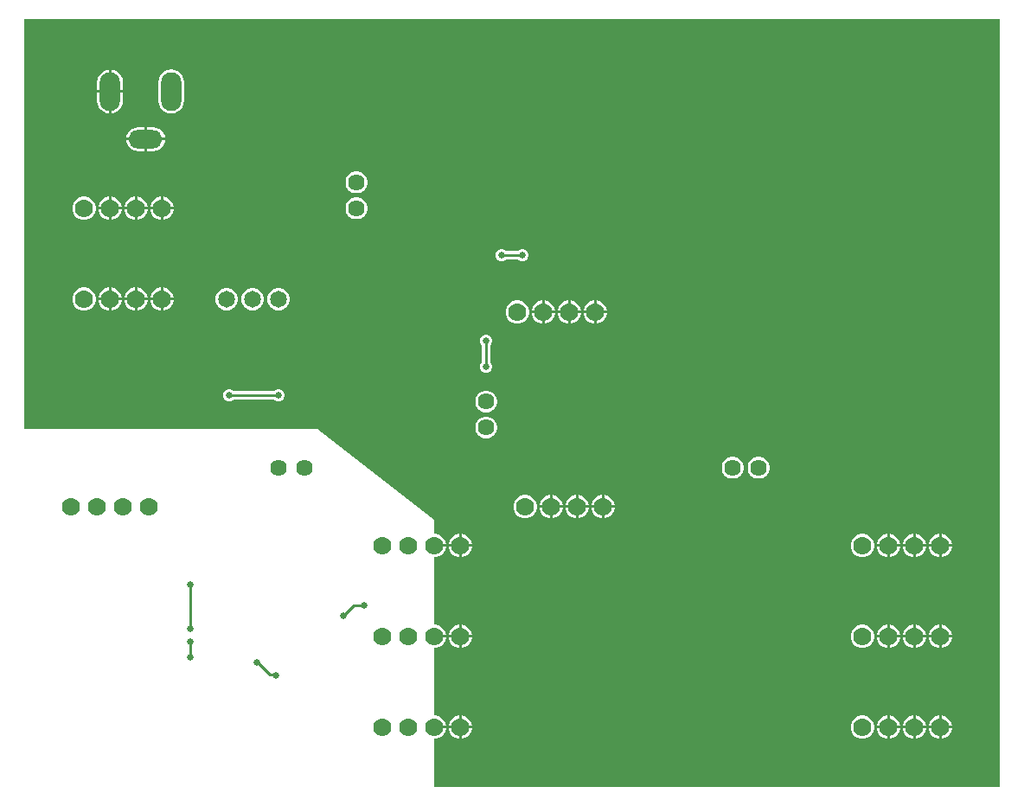
<source format=gbl>
G04*
G04 #@! TF.GenerationSoftware,Altium Limited,Altium Designer,25.2.1 (25)*
G04*
G04 Layer_Physical_Order=2*
G04 Layer_Color=16711680*
%FSLAX25Y25*%
%MOIN*%
G70*
G04*
G04 #@! TF.SameCoordinates,99A0EC09-0DB1-4406-8349-B672291F68DE*
G04*
G04*
G04 #@! TF.FilePolarity,Positive*
G04*
G01*
G75*
%ADD14C,0.01000*%
%ADD38C,0.06378*%
%ADD39C,0.07000*%
%ADD40O,0.07874X0.14961*%
%ADD41O,0.12992X0.07087*%
%ADD42C,0.06496*%
%ADD43C,0.02500*%
G36*
X377961Y2039D02*
X160000D01*
Y20500D01*
X160592D01*
X161737Y20807D01*
X162763Y21399D01*
X163601Y22237D01*
X164193Y23263D01*
X164500Y24408D01*
Y24500D01*
X160000D01*
Y25500D01*
X164500D01*
Y25592D01*
X164193Y26737D01*
X163601Y27763D01*
X162763Y28601D01*
X161737Y29193D01*
X160592Y29500D01*
X160000D01*
Y55500D01*
X160592D01*
X161737Y55807D01*
X162763Y56399D01*
X163601Y57237D01*
X164193Y58263D01*
X164500Y59408D01*
Y59500D01*
X160000D01*
Y60500D01*
X164500D01*
Y60592D01*
X164193Y61737D01*
X163601Y62763D01*
X162763Y63601D01*
X161737Y64193D01*
X160592Y64500D01*
X160000D01*
Y90500D01*
X160592D01*
X161737Y90807D01*
X162763Y91399D01*
X163601Y92237D01*
X164193Y93263D01*
X164500Y94408D01*
Y94500D01*
X160000D01*
Y95500D01*
X164500D01*
Y95592D01*
X164193Y96737D01*
X163601Y97763D01*
X162763Y98601D01*
X161737Y99193D01*
X160592Y99500D01*
X160000D01*
Y105000D01*
X115000Y140000D01*
X2039D01*
Y297961D01*
X377961D01*
Y2039D01*
D02*
G37*
%LPC*%
G36*
X35500Y278457D02*
Y270500D01*
X39980D01*
Y273543D01*
X39810Y274832D01*
X39312Y276033D01*
X38521Y277064D01*
X37490Y277856D01*
X36289Y278353D01*
X35500Y278457D01*
D02*
G37*
G36*
X34500D02*
X33711Y278353D01*
X32510Y277856D01*
X31479Y277064D01*
X30687Y276033D01*
X30190Y274832D01*
X30020Y273543D01*
Y270500D01*
X34500D01*
Y278457D01*
D02*
G37*
G36*
X39980Y269500D02*
X35500D01*
Y261543D01*
X36289Y261647D01*
X37490Y262144D01*
X38521Y262936D01*
X39312Y263967D01*
X39810Y265168D01*
X39980Y266457D01*
Y269500D01*
D02*
G37*
G36*
X34500D02*
X30020D01*
Y266457D01*
X30190Y265168D01*
X30687Y263967D01*
X31479Y262936D01*
X32510Y262144D01*
X33711Y261647D01*
X34500Y261543D01*
Y269500D01*
D02*
G37*
G36*
X58622Y278523D02*
X57333Y278353D01*
X56132Y277856D01*
X55101Y277064D01*
X54310Y276033D01*
X53812Y274832D01*
X53642Y273543D01*
Y266457D01*
X53812Y265168D01*
X54310Y263967D01*
X55101Y262936D01*
X56132Y262144D01*
X57333Y261647D01*
X58622Y261477D01*
X59911Y261647D01*
X61112Y262144D01*
X62143Y262936D01*
X62934Y263967D01*
X63432Y265168D01*
X63602Y266457D01*
Y273543D01*
X63432Y274832D01*
X62934Y276033D01*
X62143Y277064D01*
X61112Y277856D01*
X59911Y278353D01*
X58622Y278523D01*
D02*
G37*
G36*
X51732Y256275D02*
X49279D01*
Y252193D01*
X56249D01*
X56159Y252879D01*
X55701Y253984D01*
X54973Y254933D01*
X54023Y255662D01*
X52918Y256119D01*
X51732Y256275D01*
D02*
G37*
G36*
X48280D02*
X45827D01*
X44641Y256119D01*
X43536Y255662D01*
X42586Y254933D01*
X41858Y253984D01*
X41400Y252879D01*
X41310Y252193D01*
X48280D01*
Y256275D01*
D02*
G37*
G36*
X56249Y251193D02*
X49279D01*
Y247110D01*
X51732D01*
X52918Y247267D01*
X54023Y247724D01*
X54973Y248453D01*
X55701Y249402D01*
X56159Y250507D01*
X56249Y251193D01*
D02*
G37*
G36*
X48280D02*
X41310D01*
X41400Y250507D01*
X41858Y249402D01*
X42586Y248453D01*
X43536Y247724D01*
X44641Y247267D01*
X45827Y247110D01*
X48280D01*
Y251193D01*
D02*
G37*
G36*
X130552Y239189D02*
X129448D01*
X128383Y238903D01*
X127428Y238352D01*
X126648Y237572D01*
X126096Y236617D01*
X125811Y235552D01*
Y234449D01*
X126096Y233383D01*
X126648Y232428D01*
X127428Y231648D01*
X128383Y231097D01*
X129448Y230811D01*
X130552D01*
X131617Y231097D01*
X132572Y231648D01*
X133352Y232428D01*
X133904Y233383D01*
X134189Y234449D01*
Y235552D01*
X133904Y236617D01*
X133352Y237572D01*
X132572Y238352D01*
X131617Y238903D01*
X130552Y239189D01*
D02*
G37*
G36*
X55592Y229500D02*
X55500D01*
Y225500D01*
X59500D01*
Y225592D01*
X59193Y226737D01*
X58601Y227763D01*
X57763Y228601D01*
X56737Y229193D01*
X55592Y229500D01*
D02*
G37*
G36*
X54500D02*
X54408D01*
X53263Y229193D01*
X52237Y228601D01*
X51399Y227763D01*
X50807Y226737D01*
X50500Y225592D01*
Y225500D01*
X54500D01*
Y229500D01*
D02*
G37*
G36*
X45592D02*
X45500D01*
Y225500D01*
X49500D01*
Y225592D01*
X49193Y226737D01*
X48601Y227763D01*
X47763Y228601D01*
X46737Y229193D01*
X45592Y229500D01*
D02*
G37*
G36*
X44500D02*
X44408D01*
X43263Y229193D01*
X42237Y228601D01*
X41399Y227763D01*
X40807Y226737D01*
X40500Y225592D01*
Y225500D01*
X44500D01*
Y229500D01*
D02*
G37*
G36*
X35592D02*
X35500D01*
Y225500D01*
X39500D01*
Y225592D01*
X39193Y226737D01*
X38601Y227763D01*
X37763Y228601D01*
X36737Y229193D01*
X35592Y229500D01*
D02*
G37*
G36*
X34500D02*
X34408D01*
X33263Y229193D01*
X32237Y228601D01*
X31399Y227763D01*
X30807Y226737D01*
X30500Y225592D01*
Y225500D01*
X34500D01*
Y229500D01*
D02*
G37*
G36*
X130552Y229189D02*
X129448D01*
X128383Y228904D01*
X127428Y228352D01*
X126648Y227572D01*
X126096Y226617D01*
X125811Y225552D01*
Y224448D01*
X126096Y223383D01*
X126648Y222428D01*
X127428Y221648D01*
X128383Y221096D01*
X129448Y220811D01*
X130552D01*
X131617Y221096D01*
X132572Y221648D01*
X133352Y222428D01*
X133904Y223383D01*
X134189Y224448D01*
Y225552D01*
X133904Y226617D01*
X133352Y227572D01*
X132572Y228352D01*
X131617Y228904D01*
X130552Y229189D01*
D02*
G37*
G36*
X59500Y224500D02*
X55500D01*
Y220500D01*
X55592D01*
X56737Y220807D01*
X57763Y221399D01*
X58601Y222237D01*
X59193Y223263D01*
X59500Y224408D01*
Y224500D01*
D02*
G37*
G36*
X54500D02*
X50500D01*
Y224408D01*
X50807Y223263D01*
X51399Y222237D01*
X52237Y221399D01*
X53263Y220807D01*
X54408Y220500D01*
X54500D01*
Y224500D01*
D02*
G37*
G36*
X49500D02*
X45500D01*
Y220500D01*
X45592D01*
X46737Y220807D01*
X47763Y221399D01*
X48601Y222237D01*
X49193Y223263D01*
X49500Y224408D01*
Y224500D01*
D02*
G37*
G36*
X44500D02*
X40500D01*
Y224408D01*
X40807Y223263D01*
X41399Y222237D01*
X42237Y221399D01*
X43263Y220807D01*
X44408Y220500D01*
X44500D01*
Y224500D01*
D02*
G37*
G36*
X39500D02*
X35500D01*
Y220500D01*
X35592D01*
X36737Y220807D01*
X37763Y221399D01*
X38601Y222237D01*
X39193Y223263D01*
X39500Y224408D01*
Y224500D01*
D02*
G37*
G36*
X34500D02*
X30500D01*
Y224408D01*
X30807Y223263D01*
X31399Y222237D01*
X32237Y221399D01*
X33263Y220807D01*
X34408Y220500D01*
X34500D01*
Y224500D01*
D02*
G37*
G36*
X25592Y229500D02*
X24408D01*
X23263Y229193D01*
X22237Y228601D01*
X21399Y227763D01*
X20807Y226737D01*
X20500Y225592D01*
Y224408D01*
X20807Y223263D01*
X21399Y222237D01*
X22237Y221399D01*
X23263Y220807D01*
X24408Y220500D01*
X25592D01*
X26737Y220807D01*
X27763Y221399D01*
X28601Y222237D01*
X29193Y223263D01*
X29500Y224408D01*
Y225592D01*
X29193Y226737D01*
X28601Y227763D01*
X27763Y228601D01*
X26737Y229193D01*
X25592Y229500D01*
D02*
G37*
G36*
X194448Y209250D02*
X193552D01*
X192726Y208908D01*
X192347Y208529D01*
X187653D01*
X187275Y208908D01*
X186448Y209250D01*
X185552D01*
X184725Y208908D01*
X184092Y208275D01*
X183750Y207448D01*
Y206552D01*
X184092Y205726D01*
X184725Y205093D01*
X185552Y204750D01*
X186448D01*
X187275Y205093D01*
X187653Y205471D01*
X192347D01*
X192726Y205093D01*
X193552Y204750D01*
X194448D01*
X195274Y205093D01*
X195907Y205726D01*
X196250Y206552D01*
Y207448D01*
X195907Y208275D01*
X195274Y208908D01*
X194448Y209250D01*
D02*
G37*
G36*
X55592Y194500D02*
X55500D01*
Y190500D01*
X59500D01*
Y190592D01*
X59193Y191737D01*
X58601Y192763D01*
X57763Y193601D01*
X56737Y194193D01*
X55592Y194500D01*
D02*
G37*
G36*
X54500D02*
X54408D01*
X53263Y194193D01*
X52237Y193601D01*
X51399Y192763D01*
X50807Y191737D01*
X50500Y190592D01*
Y190500D01*
X54500D01*
Y194500D01*
D02*
G37*
G36*
X45592D02*
X45500D01*
Y190500D01*
X49500D01*
Y190592D01*
X49193Y191737D01*
X48601Y192763D01*
X47763Y193601D01*
X46737Y194193D01*
X45592Y194500D01*
D02*
G37*
G36*
X44500D02*
X44408D01*
X43263Y194193D01*
X42237Y193601D01*
X41399Y192763D01*
X40807Y191737D01*
X40500Y190592D01*
Y190500D01*
X44500D01*
Y194500D01*
D02*
G37*
G36*
X35592D02*
X35500D01*
Y190500D01*
X39500D01*
Y190592D01*
X39193Y191737D01*
X38601Y192763D01*
X37763Y193601D01*
X36737Y194193D01*
X35592Y194500D01*
D02*
G37*
G36*
X34500D02*
X34408D01*
X33263Y194193D01*
X32237Y193601D01*
X31399Y192763D01*
X30807Y191737D01*
X30500Y190592D01*
Y190500D01*
X34500D01*
Y194500D01*
D02*
G37*
G36*
X100559Y194248D02*
X99441D01*
X98360Y193958D01*
X97392Y193399D01*
X96601Y192608D01*
X96042Y191640D01*
X95752Y190559D01*
Y189441D01*
X96042Y188360D01*
X96601Y187392D01*
X97392Y186601D01*
X98360Y186041D01*
X99441Y185752D01*
X100559D01*
X101640Y186041D01*
X102608Y186601D01*
X103399Y187392D01*
X103958Y188360D01*
X104248Y189441D01*
Y190559D01*
X103958Y191640D01*
X103399Y192608D01*
X102608Y193399D01*
X101640Y193958D01*
X100559Y194248D01*
D02*
G37*
G36*
X90559D02*
X89441D01*
X88360Y193958D01*
X87392Y193399D01*
X86601Y192608D01*
X86041Y191640D01*
X85752Y190559D01*
Y189441D01*
X86041Y188360D01*
X86601Y187392D01*
X87392Y186601D01*
X88360Y186041D01*
X89441Y185752D01*
X90559D01*
X91640Y186041D01*
X92608Y186601D01*
X93399Y187392D01*
X93958Y188360D01*
X94248Y189441D01*
Y190559D01*
X93958Y191640D01*
X93399Y192608D01*
X92608Y193399D01*
X91640Y193958D01*
X90559Y194248D01*
D02*
G37*
G36*
X80559D02*
X79441D01*
X78360Y193958D01*
X77392Y193399D01*
X76601Y192608D01*
X76042Y191640D01*
X75752Y190559D01*
Y189441D01*
X76042Y188360D01*
X76601Y187392D01*
X77392Y186601D01*
X78360Y186041D01*
X79441Y185752D01*
X80559D01*
X81640Y186041D01*
X82608Y186601D01*
X83399Y187392D01*
X83959Y188360D01*
X84248Y189441D01*
Y190559D01*
X83959Y191640D01*
X83399Y192608D01*
X82608Y193399D01*
X81640Y193958D01*
X80559Y194248D01*
D02*
G37*
G36*
X222592Y189500D02*
X222500D01*
Y185500D01*
X226500D01*
Y185592D01*
X226193Y186737D01*
X225601Y187763D01*
X224763Y188601D01*
X223737Y189193D01*
X222592Y189500D01*
D02*
G37*
G36*
X221500D02*
X221408D01*
X220263Y189193D01*
X219237Y188601D01*
X218399Y187763D01*
X217807Y186737D01*
X217500Y185592D01*
Y185500D01*
X221500D01*
Y189500D01*
D02*
G37*
G36*
X212592D02*
X212500D01*
Y185500D01*
X216500D01*
Y185592D01*
X216193Y186737D01*
X215601Y187763D01*
X214763Y188601D01*
X213737Y189193D01*
X212592Y189500D01*
D02*
G37*
G36*
X211500D02*
X211408D01*
X210263Y189193D01*
X209237Y188601D01*
X208399Y187763D01*
X207807Y186737D01*
X207500Y185592D01*
Y185500D01*
X211500D01*
Y189500D01*
D02*
G37*
G36*
X202592D02*
X202500D01*
Y185500D01*
X206500D01*
Y185592D01*
X206193Y186737D01*
X205601Y187763D01*
X204763Y188601D01*
X203737Y189193D01*
X202592Y189500D01*
D02*
G37*
G36*
X201500D02*
X201408D01*
X200263Y189193D01*
X199237Y188601D01*
X198399Y187763D01*
X197807Y186737D01*
X197500Y185592D01*
Y185500D01*
X201500D01*
Y189500D01*
D02*
G37*
G36*
X59500D02*
X55500D01*
Y185500D01*
X55592D01*
X56737Y185807D01*
X57763Y186399D01*
X58601Y187237D01*
X59193Y188263D01*
X59500Y189408D01*
Y189500D01*
D02*
G37*
G36*
X54500D02*
X50500D01*
Y189408D01*
X50807Y188263D01*
X51399Y187237D01*
X52237Y186399D01*
X53263Y185807D01*
X54408Y185500D01*
X54500D01*
Y189500D01*
D02*
G37*
G36*
X49500D02*
X45500D01*
Y185500D01*
X45592D01*
X46737Y185807D01*
X47763Y186399D01*
X48601Y187237D01*
X49193Y188263D01*
X49500Y189408D01*
Y189500D01*
D02*
G37*
G36*
X44500D02*
X40500D01*
Y189408D01*
X40807Y188263D01*
X41399Y187237D01*
X42237Y186399D01*
X43263Y185807D01*
X44408Y185500D01*
X44500D01*
Y189500D01*
D02*
G37*
G36*
X39500D02*
X35500D01*
Y185500D01*
X35592D01*
X36737Y185807D01*
X37763Y186399D01*
X38601Y187237D01*
X39193Y188263D01*
X39500Y189408D01*
Y189500D01*
D02*
G37*
G36*
X34500D02*
X30500D01*
Y189408D01*
X30807Y188263D01*
X31399Y187237D01*
X32237Y186399D01*
X33263Y185807D01*
X34408Y185500D01*
X34500D01*
Y189500D01*
D02*
G37*
G36*
X25592Y194500D02*
X24408D01*
X23263Y194193D01*
X22237Y193601D01*
X21399Y192763D01*
X20807Y191737D01*
X20500Y190592D01*
Y189408D01*
X20807Y188263D01*
X21399Y187237D01*
X22237Y186399D01*
X23263Y185807D01*
X24408Y185500D01*
X25592D01*
X26737Y185807D01*
X27763Y186399D01*
X28601Y187237D01*
X29193Y188263D01*
X29500Y189408D01*
Y190592D01*
X29193Y191737D01*
X28601Y192763D01*
X27763Y193601D01*
X26737Y194193D01*
X25592Y194500D01*
D02*
G37*
G36*
X226500Y184500D02*
X222500D01*
Y180500D01*
X222592D01*
X223737Y180807D01*
X224763Y181399D01*
X225601Y182237D01*
X226193Y183263D01*
X226500Y184408D01*
Y184500D01*
D02*
G37*
G36*
X221500D02*
X217500D01*
Y184408D01*
X217807Y183263D01*
X218399Y182237D01*
X219237Y181399D01*
X220263Y180807D01*
X221408Y180500D01*
X221500D01*
Y184500D01*
D02*
G37*
G36*
X216500D02*
X212500D01*
Y180500D01*
X212592D01*
X213737Y180807D01*
X214763Y181399D01*
X215601Y182237D01*
X216193Y183263D01*
X216500Y184408D01*
Y184500D01*
D02*
G37*
G36*
X211500D02*
X207500D01*
Y184408D01*
X207807Y183263D01*
X208399Y182237D01*
X209237Y181399D01*
X210263Y180807D01*
X211408Y180500D01*
X211500D01*
Y184500D01*
D02*
G37*
G36*
X206500D02*
X202500D01*
Y180500D01*
X202592D01*
X203737Y180807D01*
X204763Y181399D01*
X205601Y182237D01*
X206193Y183263D01*
X206500Y184408D01*
Y184500D01*
D02*
G37*
G36*
X201500D02*
X197500D01*
Y184408D01*
X197807Y183263D01*
X198399Y182237D01*
X199237Y181399D01*
X200263Y180807D01*
X201408Y180500D01*
X201500D01*
Y184500D01*
D02*
G37*
G36*
X192592Y189500D02*
X191408D01*
X190263Y189193D01*
X189237Y188601D01*
X188399Y187763D01*
X187807Y186737D01*
X187500Y185592D01*
Y184408D01*
X187807Y183263D01*
X188399Y182237D01*
X189237Y181399D01*
X190263Y180807D01*
X191408Y180500D01*
X192592D01*
X193737Y180807D01*
X194763Y181399D01*
X195601Y182237D01*
X196193Y183263D01*
X196500Y184408D01*
Y185592D01*
X196193Y186737D01*
X195601Y187763D01*
X194763Y188601D01*
X193737Y189193D01*
X192592Y189500D01*
D02*
G37*
G36*
X180448Y176250D02*
X179552D01*
X178726Y175908D01*
X178093Y175275D01*
X177750Y174448D01*
Y173552D01*
X178093Y172725D01*
X178471Y172347D01*
Y165653D01*
X178093Y165275D01*
X177750Y164448D01*
Y163552D01*
X178093Y162725D01*
X178726Y162092D01*
X179552Y161750D01*
X180448D01*
X181274Y162092D01*
X181907Y162725D01*
X182250Y163552D01*
Y164448D01*
X181907Y165275D01*
X181529Y165653D01*
Y172347D01*
X181907Y172725D01*
X182250Y173552D01*
Y174448D01*
X181907Y175275D01*
X181274Y175908D01*
X180448Y176250D01*
D02*
G37*
G36*
X100448Y155250D02*
X99552D01*
X98725Y154908D01*
X98347Y154529D01*
X82653D01*
X82275Y154908D01*
X81448Y155250D01*
X80552D01*
X79725Y154908D01*
X79093Y154274D01*
X78750Y153448D01*
Y152552D01*
X79093Y151725D01*
X79725Y151093D01*
X80552Y150750D01*
X81448D01*
X82275Y151093D01*
X82653Y151471D01*
X98347D01*
X98725Y151093D01*
X99552Y150750D01*
X100448D01*
X101275Y151093D01*
X101908Y151725D01*
X102250Y152552D01*
Y153448D01*
X101908Y154274D01*
X101275Y154908D01*
X100448Y155250D01*
D02*
G37*
G36*
X180552Y154689D02*
X179448D01*
X178383Y154403D01*
X177428Y153852D01*
X176648Y153072D01*
X176096Y152117D01*
X175811Y151051D01*
Y149949D01*
X176096Y148883D01*
X176648Y147928D01*
X177428Y147148D01*
X178383Y146597D01*
X179448Y146311D01*
X180552D01*
X181617Y146597D01*
X182572Y147148D01*
X183352Y147928D01*
X183904Y148883D01*
X184189Y149949D01*
Y151051D01*
X183904Y152117D01*
X183352Y153072D01*
X182572Y153852D01*
X181617Y154403D01*
X180552Y154689D01*
D02*
G37*
G36*
Y144689D02*
X179448D01*
X178383Y144404D01*
X177428Y143852D01*
X176648Y143072D01*
X176096Y142117D01*
X175811Y141051D01*
Y139948D01*
X176096Y138883D01*
X176648Y137928D01*
X177428Y137148D01*
X178383Y136597D01*
X179448Y136311D01*
X180552D01*
X181617Y136597D01*
X182572Y137148D01*
X183352Y137928D01*
X183904Y138883D01*
X184189Y139948D01*
Y141051D01*
X183904Y142117D01*
X183352Y143072D01*
X182572Y143852D01*
X181617Y144404D01*
X180552Y144689D01*
D02*
G37*
G36*
X285552Y129189D02*
X284449D01*
X283383Y128903D01*
X282428Y128352D01*
X281648Y127572D01*
X281097Y126617D01*
X280811Y125551D01*
Y124449D01*
X281097Y123383D01*
X281648Y122428D01*
X282428Y121648D01*
X283383Y121097D01*
X284449Y120811D01*
X285552D01*
X286617Y121097D01*
X287572Y121648D01*
X288352Y122428D01*
X288903Y123383D01*
X289189Y124449D01*
Y125551D01*
X288903Y126617D01*
X288352Y127572D01*
X287572Y128352D01*
X286617Y128903D01*
X285552Y129189D01*
D02*
G37*
G36*
X275552D02*
X274448D01*
X273383Y128903D01*
X272428Y128352D01*
X271648Y127572D01*
X271096Y126617D01*
X270811Y125551D01*
Y124449D01*
X271096Y123383D01*
X271648Y122428D01*
X272428Y121648D01*
X273383Y121097D01*
X274448Y120811D01*
X275552D01*
X276617Y121097D01*
X277572Y121648D01*
X278352Y122428D01*
X278904Y123383D01*
X279189Y124449D01*
Y125551D01*
X278904Y126617D01*
X278352Y127572D01*
X277572Y128352D01*
X276617Y128903D01*
X275552Y129189D01*
D02*
G37*
G36*
X225592Y114500D02*
X225500D01*
Y110500D01*
X229500D01*
Y110592D01*
X229193Y111737D01*
X228601Y112763D01*
X227763Y113601D01*
X226737Y114193D01*
X225592Y114500D01*
D02*
G37*
G36*
X224500D02*
X224408D01*
X223263Y114193D01*
X222237Y113601D01*
X221399Y112763D01*
X220807Y111737D01*
X220500Y110592D01*
Y110500D01*
X224500D01*
Y114500D01*
D02*
G37*
G36*
X215592D02*
X215500D01*
Y110500D01*
X219500D01*
Y110592D01*
X219193Y111737D01*
X218601Y112763D01*
X217763Y113601D01*
X216737Y114193D01*
X215592Y114500D01*
D02*
G37*
G36*
X214500D02*
X214408D01*
X213263Y114193D01*
X212237Y113601D01*
X211399Y112763D01*
X210807Y111737D01*
X210500Y110592D01*
Y110500D01*
X214500D01*
Y114500D01*
D02*
G37*
G36*
X205592D02*
X205500D01*
Y110500D01*
X209500D01*
Y110592D01*
X209193Y111737D01*
X208601Y112763D01*
X207763Y113601D01*
X206737Y114193D01*
X205592Y114500D01*
D02*
G37*
G36*
X204500D02*
X204408D01*
X203263Y114193D01*
X202237Y113601D01*
X201399Y112763D01*
X200807Y111737D01*
X200500Y110592D01*
Y110500D01*
X204500D01*
Y114500D01*
D02*
G37*
G36*
X229500Y109500D02*
X225500D01*
Y105500D01*
X225592D01*
X226737Y105807D01*
X227763Y106399D01*
X228601Y107237D01*
X229193Y108263D01*
X229500Y109408D01*
Y109500D01*
D02*
G37*
G36*
X224500D02*
X220500D01*
Y109408D01*
X220807Y108263D01*
X221399Y107237D01*
X222237Y106399D01*
X223263Y105807D01*
X224408Y105500D01*
X224500D01*
Y109500D01*
D02*
G37*
G36*
X219500D02*
X215500D01*
Y105500D01*
X215592D01*
X216737Y105807D01*
X217763Y106399D01*
X218601Y107237D01*
X219193Y108263D01*
X219500Y109408D01*
Y109500D01*
D02*
G37*
G36*
X214500D02*
X210500D01*
Y109408D01*
X210807Y108263D01*
X211399Y107237D01*
X212237Y106399D01*
X213263Y105807D01*
X214408Y105500D01*
X214500D01*
Y109500D01*
D02*
G37*
G36*
X209500D02*
X205500D01*
Y105500D01*
X205592D01*
X206737Y105807D01*
X207763Y106399D01*
X208601Y107237D01*
X209193Y108263D01*
X209500Y109408D01*
Y109500D01*
D02*
G37*
G36*
X204500D02*
X200500D01*
Y109408D01*
X200807Y108263D01*
X201399Y107237D01*
X202237Y106399D01*
X203263Y105807D01*
X204408Y105500D01*
X204500D01*
Y109500D01*
D02*
G37*
G36*
X195592Y114500D02*
X194408D01*
X193263Y114193D01*
X192237Y113601D01*
X191399Y112763D01*
X190807Y111737D01*
X190500Y110592D01*
Y109408D01*
X190807Y108263D01*
X191399Y107237D01*
X192237Y106399D01*
X193263Y105807D01*
X194408Y105500D01*
X195592D01*
X196737Y105807D01*
X197763Y106399D01*
X198601Y107237D01*
X199193Y108263D01*
X199500Y109408D01*
Y110592D01*
X199193Y111737D01*
X198601Y112763D01*
X197763Y113601D01*
X196737Y114193D01*
X195592Y114500D01*
D02*
G37*
G36*
X355592Y99500D02*
X355500D01*
Y95500D01*
X359500D01*
Y95592D01*
X359193Y96737D01*
X358601Y97763D01*
X357763Y98601D01*
X356737Y99193D01*
X355592Y99500D01*
D02*
G37*
G36*
X354500D02*
X354408D01*
X353263Y99193D01*
X352237Y98601D01*
X351399Y97763D01*
X350807Y96737D01*
X350500Y95592D01*
Y95500D01*
X354500D01*
Y99500D01*
D02*
G37*
G36*
X345592D02*
X345500D01*
Y95500D01*
X349500D01*
Y95592D01*
X349193Y96737D01*
X348601Y97763D01*
X347763Y98601D01*
X346737Y99193D01*
X345592Y99500D01*
D02*
G37*
G36*
X344500D02*
X344408D01*
X343263Y99193D01*
X342237Y98601D01*
X341399Y97763D01*
X340807Y96737D01*
X340500Y95592D01*
Y95500D01*
X344500D01*
Y99500D01*
D02*
G37*
G36*
X335592D02*
X335500D01*
Y95500D01*
X339500D01*
Y95592D01*
X339193Y96737D01*
X338601Y97763D01*
X337763Y98601D01*
X336737Y99193D01*
X335592Y99500D01*
D02*
G37*
G36*
X334500D02*
X334408D01*
X333263Y99193D01*
X332237Y98601D01*
X331399Y97763D01*
X330807Y96737D01*
X330500Y95592D01*
Y95500D01*
X334500D01*
Y99500D01*
D02*
G37*
G36*
X170592D02*
X170500D01*
Y95500D01*
X174500D01*
Y95592D01*
X174193Y96737D01*
X173601Y97763D01*
X172763Y98601D01*
X171737Y99193D01*
X170592Y99500D01*
D02*
G37*
G36*
X169500D02*
X169408D01*
X168263Y99193D01*
X167237Y98601D01*
X166399Y97763D01*
X165807Y96737D01*
X165500Y95592D01*
Y95500D01*
X169500D01*
Y99500D01*
D02*
G37*
G36*
X359500Y94500D02*
X355500D01*
Y90500D01*
X355592D01*
X356737Y90807D01*
X357763Y91399D01*
X358601Y92237D01*
X359193Y93263D01*
X359500Y94408D01*
Y94500D01*
D02*
G37*
G36*
X354500D02*
X350500D01*
Y94408D01*
X350807Y93263D01*
X351399Y92237D01*
X352237Y91399D01*
X353263Y90807D01*
X354408Y90500D01*
X354500D01*
Y94500D01*
D02*
G37*
G36*
X349500D02*
X345500D01*
Y90500D01*
X345592D01*
X346737Y90807D01*
X347763Y91399D01*
X348601Y92237D01*
X349193Y93263D01*
X349500Y94408D01*
Y94500D01*
D02*
G37*
G36*
X344500D02*
X340500D01*
Y94408D01*
X340807Y93263D01*
X341399Y92237D01*
X342237Y91399D01*
X343263Y90807D01*
X344408Y90500D01*
X344500D01*
Y94500D01*
D02*
G37*
G36*
X339500D02*
X335500D01*
Y90500D01*
X335592D01*
X336737Y90807D01*
X337763Y91399D01*
X338601Y92237D01*
X339193Y93263D01*
X339500Y94408D01*
Y94500D01*
D02*
G37*
G36*
X334500D02*
X330500D01*
Y94408D01*
X330807Y93263D01*
X331399Y92237D01*
X332237Y91399D01*
X333263Y90807D01*
X334408Y90500D01*
X334500D01*
Y94500D01*
D02*
G37*
G36*
X325592Y99500D02*
X324408D01*
X323263Y99193D01*
X322237Y98601D01*
X321399Y97763D01*
X320807Y96737D01*
X320500Y95592D01*
Y94408D01*
X320807Y93263D01*
X321399Y92237D01*
X322237Y91399D01*
X323263Y90807D01*
X324408Y90500D01*
X325592D01*
X326737Y90807D01*
X327763Y91399D01*
X328601Y92237D01*
X329193Y93263D01*
X329500Y94408D01*
Y95592D01*
X329193Y96737D01*
X328601Y97763D01*
X327763Y98601D01*
X326737Y99193D01*
X325592Y99500D01*
D02*
G37*
G36*
X174500Y94500D02*
X170500D01*
Y90500D01*
X170592D01*
X171737Y90807D01*
X172763Y91399D01*
X173601Y92237D01*
X174193Y93263D01*
X174500Y94408D01*
Y94500D01*
D02*
G37*
G36*
X169500D02*
X165500D01*
Y94408D01*
X165807Y93263D01*
X166399Y92237D01*
X167237Y91399D01*
X168263Y90807D01*
X169408Y90500D01*
X169500D01*
Y94500D01*
D02*
G37*
G36*
X355592Y64500D02*
X355500D01*
Y60500D01*
X359500D01*
Y60592D01*
X359193Y61737D01*
X358601Y62763D01*
X357763Y63601D01*
X356737Y64193D01*
X355592Y64500D01*
D02*
G37*
G36*
X354500D02*
X354408D01*
X353263Y64193D01*
X352237Y63601D01*
X351399Y62763D01*
X350807Y61737D01*
X350500Y60592D01*
Y60500D01*
X354500D01*
Y64500D01*
D02*
G37*
G36*
X345592D02*
X345500D01*
Y60500D01*
X349500D01*
Y60592D01*
X349193Y61737D01*
X348601Y62763D01*
X347763Y63601D01*
X346737Y64193D01*
X345592Y64500D01*
D02*
G37*
G36*
X344500D02*
X344408D01*
X343263Y64193D01*
X342237Y63601D01*
X341399Y62763D01*
X340807Y61737D01*
X340500Y60592D01*
Y60500D01*
X344500D01*
Y64500D01*
D02*
G37*
G36*
X335592D02*
X335500D01*
Y60500D01*
X339500D01*
Y60592D01*
X339193Y61737D01*
X338601Y62763D01*
X337763Y63601D01*
X336737Y64193D01*
X335592Y64500D01*
D02*
G37*
G36*
X334500D02*
X334408D01*
X333263Y64193D01*
X332237Y63601D01*
X331399Y62763D01*
X330807Y61737D01*
X330500Y60592D01*
Y60500D01*
X334500D01*
Y64500D01*
D02*
G37*
G36*
X170592D02*
X170500D01*
Y60500D01*
X174500D01*
Y60592D01*
X174193Y61737D01*
X173601Y62763D01*
X172763Y63601D01*
X171737Y64193D01*
X170592Y64500D01*
D02*
G37*
G36*
X169500D02*
X169408D01*
X168263Y64193D01*
X167237Y63601D01*
X166399Y62763D01*
X165807Y61737D01*
X165500Y60592D01*
Y60500D01*
X169500D01*
Y64500D01*
D02*
G37*
G36*
X359500Y59500D02*
X355500D01*
Y55500D01*
X355592D01*
X356737Y55807D01*
X357763Y56399D01*
X358601Y57237D01*
X359193Y58263D01*
X359500Y59408D01*
Y59500D01*
D02*
G37*
G36*
X354500D02*
X350500D01*
Y59408D01*
X350807Y58263D01*
X351399Y57237D01*
X352237Y56399D01*
X353263Y55807D01*
X354408Y55500D01*
X354500D01*
Y59500D01*
D02*
G37*
G36*
X349500D02*
X345500D01*
Y55500D01*
X345592D01*
X346737Y55807D01*
X347763Y56399D01*
X348601Y57237D01*
X349193Y58263D01*
X349500Y59408D01*
Y59500D01*
D02*
G37*
G36*
X344500D02*
X340500D01*
Y59408D01*
X340807Y58263D01*
X341399Y57237D01*
X342237Y56399D01*
X343263Y55807D01*
X344408Y55500D01*
X344500D01*
Y59500D01*
D02*
G37*
G36*
X339500D02*
X335500D01*
Y55500D01*
X335592D01*
X336737Y55807D01*
X337763Y56399D01*
X338601Y57237D01*
X339193Y58263D01*
X339500Y59408D01*
Y59500D01*
D02*
G37*
G36*
X334500D02*
X330500D01*
Y59408D01*
X330807Y58263D01*
X331399Y57237D01*
X332237Y56399D01*
X333263Y55807D01*
X334408Y55500D01*
X334500D01*
Y59500D01*
D02*
G37*
G36*
X325592Y64500D02*
X324408D01*
X323263Y64193D01*
X322237Y63601D01*
X321399Y62763D01*
X320807Y61737D01*
X320500Y60592D01*
Y59408D01*
X320807Y58263D01*
X321399Y57237D01*
X322237Y56399D01*
X323263Y55807D01*
X324408Y55500D01*
X325592D01*
X326737Y55807D01*
X327763Y56399D01*
X328601Y57237D01*
X329193Y58263D01*
X329500Y59408D01*
Y60592D01*
X329193Y61737D01*
X328601Y62763D01*
X327763Y63601D01*
X326737Y64193D01*
X325592Y64500D01*
D02*
G37*
G36*
X174500Y59500D02*
X170500D01*
Y55500D01*
X170592D01*
X171737Y55807D01*
X172763Y56399D01*
X173601Y57237D01*
X174193Y58263D01*
X174500Y59408D01*
Y59500D01*
D02*
G37*
G36*
X169500D02*
X165500D01*
Y59408D01*
X165807Y58263D01*
X166399Y57237D01*
X167237Y56399D01*
X168263Y55807D01*
X169408Y55500D01*
X169500D01*
Y59500D01*
D02*
G37*
G36*
X355592Y29500D02*
X355500D01*
Y25500D01*
X359500D01*
Y25592D01*
X359193Y26737D01*
X358601Y27763D01*
X357763Y28601D01*
X356737Y29193D01*
X355592Y29500D01*
D02*
G37*
G36*
X354500D02*
X354408D01*
X353263Y29193D01*
X352237Y28601D01*
X351399Y27763D01*
X350807Y26737D01*
X350500Y25592D01*
Y25500D01*
X354500D01*
Y29500D01*
D02*
G37*
G36*
X345592D02*
X345500D01*
Y25500D01*
X349500D01*
Y25592D01*
X349193Y26737D01*
X348601Y27763D01*
X347763Y28601D01*
X346737Y29193D01*
X345592Y29500D01*
D02*
G37*
G36*
X344500D02*
X344408D01*
X343263Y29193D01*
X342237Y28601D01*
X341399Y27763D01*
X340807Y26737D01*
X340500Y25592D01*
Y25500D01*
X344500D01*
Y29500D01*
D02*
G37*
G36*
X335592D02*
X335500D01*
Y25500D01*
X339500D01*
Y25592D01*
X339193Y26737D01*
X338601Y27763D01*
X337763Y28601D01*
X336737Y29193D01*
X335592Y29500D01*
D02*
G37*
G36*
X334500D02*
X334408D01*
X333263Y29193D01*
X332237Y28601D01*
X331399Y27763D01*
X330807Y26737D01*
X330500Y25592D01*
Y25500D01*
X334500D01*
Y29500D01*
D02*
G37*
G36*
X170592D02*
X170500D01*
Y25500D01*
X174500D01*
Y25592D01*
X174193Y26737D01*
X173601Y27763D01*
X172763Y28601D01*
X171737Y29193D01*
X170592Y29500D01*
D02*
G37*
G36*
X169500D02*
X169408D01*
X168263Y29193D01*
X167237Y28601D01*
X166399Y27763D01*
X165807Y26737D01*
X165500Y25592D01*
Y25500D01*
X169500D01*
Y29500D01*
D02*
G37*
G36*
X359500Y24500D02*
X355500D01*
Y20500D01*
X355592D01*
X356737Y20807D01*
X357763Y21399D01*
X358601Y22237D01*
X359193Y23263D01*
X359500Y24408D01*
Y24500D01*
D02*
G37*
G36*
X354500D02*
X350500D01*
Y24408D01*
X350807Y23263D01*
X351399Y22237D01*
X352237Y21399D01*
X353263Y20807D01*
X354408Y20500D01*
X354500D01*
Y24500D01*
D02*
G37*
G36*
X349500D02*
X345500D01*
Y20500D01*
X345592D01*
X346737Y20807D01*
X347763Y21399D01*
X348601Y22237D01*
X349193Y23263D01*
X349500Y24408D01*
Y24500D01*
D02*
G37*
G36*
X344500D02*
X340500D01*
Y24408D01*
X340807Y23263D01*
X341399Y22237D01*
X342237Y21399D01*
X343263Y20807D01*
X344408Y20500D01*
X344500D01*
Y24500D01*
D02*
G37*
G36*
X339500D02*
X335500D01*
Y20500D01*
X335592D01*
X336737Y20807D01*
X337763Y21399D01*
X338601Y22237D01*
X339193Y23263D01*
X339500Y24408D01*
Y24500D01*
D02*
G37*
G36*
X334500D02*
X330500D01*
Y24408D01*
X330807Y23263D01*
X331399Y22237D01*
X332237Y21399D01*
X333263Y20807D01*
X334408Y20500D01*
X334500D01*
Y24500D01*
D02*
G37*
G36*
X325592Y29500D02*
X324408D01*
X323263Y29193D01*
X322237Y28601D01*
X321399Y27763D01*
X320807Y26737D01*
X320500Y25592D01*
Y24408D01*
X320807Y23263D01*
X321399Y22237D01*
X322237Y21399D01*
X323263Y20807D01*
X324408Y20500D01*
X325592D01*
X326737Y20807D01*
X327763Y21399D01*
X328601Y22237D01*
X329193Y23263D01*
X329500Y24408D01*
Y25592D01*
X329193Y26737D01*
X328601Y27763D01*
X327763Y28601D01*
X326737Y29193D01*
X325592Y29500D01*
D02*
G37*
G36*
X174500Y24500D02*
X170500D01*
Y20500D01*
X170592D01*
X171737Y20807D01*
X172763Y21399D01*
X173601Y22237D01*
X174193Y23263D01*
X174500Y24408D01*
Y24500D01*
D02*
G37*
G36*
X169500D02*
X165500D01*
Y24408D01*
X165807Y23263D01*
X166399Y22237D01*
X167237Y21399D01*
X168263Y20807D01*
X169408Y20500D01*
X169500D01*
Y24500D01*
D02*
G37*
%LPD*%
D14*
X125000Y68000D02*
X129000Y72000D01*
X133000D01*
X98713Y45287D02*
X99000Y45000D01*
X92000Y50000D02*
X96713Y45287D01*
X98713D01*
X91750Y50000D02*
X92000D01*
X180000Y164000D02*
Y174000D01*
X66000Y63000D02*
Y80000D01*
X186000Y207000D02*
X194000D01*
X81000Y153000D02*
X100000D01*
X66000Y52000D02*
Y58000D01*
D38*
X180000Y140500D02*
D03*
Y150500D02*
D03*
X130000Y235000D02*
D03*
Y225000D02*
D03*
X275000Y125000D02*
D03*
X285000D02*
D03*
X100000D02*
D03*
X110000D02*
D03*
D39*
X335000Y60000D02*
D03*
X325000D02*
D03*
X355000D02*
D03*
X345000D02*
D03*
X335000Y95000D02*
D03*
X325000D02*
D03*
X355000D02*
D03*
X345000D02*
D03*
X335000Y25000D02*
D03*
X325000D02*
D03*
X355000D02*
D03*
X345000D02*
D03*
X205000Y110000D02*
D03*
X195000D02*
D03*
X225000D02*
D03*
X215000D02*
D03*
X35000Y190000D02*
D03*
X25000D02*
D03*
X55000D02*
D03*
X45000D02*
D03*
X35000Y225000D02*
D03*
X25000D02*
D03*
X55000D02*
D03*
X45000D02*
D03*
X202000Y185000D02*
D03*
X192000D02*
D03*
X222000D02*
D03*
X212000D02*
D03*
X30000Y110000D02*
D03*
X20000D02*
D03*
X50000D02*
D03*
X40000D02*
D03*
X150000Y95000D02*
D03*
X140000D02*
D03*
X170000D02*
D03*
X160000D02*
D03*
X150000Y60000D02*
D03*
X140000D02*
D03*
X170000D02*
D03*
X160000D02*
D03*
X150000Y25000D02*
D03*
X140000D02*
D03*
X170000D02*
D03*
X160000D02*
D03*
D40*
X58622Y270000D02*
D03*
X35000D02*
D03*
D41*
X48779Y251693D02*
D03*
D42*
X100000Y190000D02*
D03*
X90000D02*
D03*
X80000D02*
D03*
D43*
X125000Y68000D02*
D03*
X181000Y72000D02*
D03*
X133000D02*
D03*
X99000Y45000D02*
D03*
X91750Y50000D02*
D03*
X180000Y164000D02*
D03*
Y174000D02*
D03*
X66000Y63000D02*
D03*
X192500Y227500D02*
D03*
X194000Y207000D02*
D03*
X186000D02*
D03*
X81000Y153000D02*
D03*
X100000D02*
D03*
X66000Y52000D02*
D03*
Y58000D02*
D03*
Y80000D02*
D03*
X12000Y149000D02*
D03*
X248000Y36000D02*
D03*
X304000Y68000D02*
D03*
Y82000D02*
D03*
X300000Y187500D02*
D03*
X185000Y30000D02*
D03*
Y55000D02*
D03*
Y80000D02*
D03*
X257500Y227500D02*
D03*
X160000Y182500D02*
D03*
X135000Y257500D02*
D03*
X95000D02*
D03*
X145000Y217500D02*
D03*
X114000Y250000D02*
D03*
M02*

</source>
